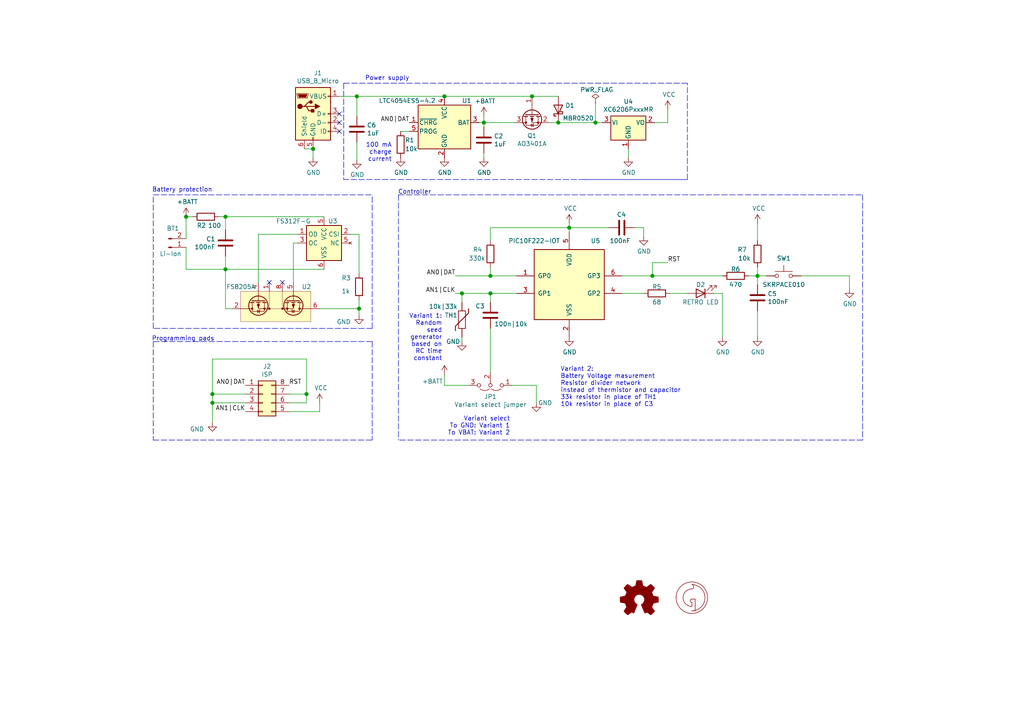
<source format=kicad_sch>
(kicad_sch (version 20210126) (generator eeschema)
  (paper "A4")
  (lib_symbols
    (symbol "Battery_Management:LTC4054ES5-4.2" (pin_names (offset 0.254))
      (property "Reference" "U" (at -5.842 6.604 0))
      (property "Value" "LTC4054ES5-4.2" (at 1.524 6.604 0))
      (symbol "LTC4054ES5-4.2_0_1"
        (rectangle (start -7.62 5.08) (end 7.62 -7.62) (stroke (width 0.254)) (fill (type background)))
      )
      (symbol "LTC4054ES5-4.2_1_1"
        (pin open_collector line (at -10.16 0 0) (length 2.54) (name "~CHRG") (number "1"))
        (pin power_in line (at 0 -10.16 90) (length 2.54) (name "GND") (number "2"))
        (pin power_out line (at 10.16 0 180) (length 2.54) (name "BAT") (number "3"))
        (pin power_in line (at 0 7.62 270) (length 2.54) (name "VCC") (number "4"))
        (pin bidirectional line (at -10.16 -2.54 0) (length 2.54) (name "PROG") (number "5"))
      )
    )
    (symbol "Connector:Conn_01x02_Male" (pin_names (offset 1.016) hide)
      (property "Reference" "J" (at 0 2.54 0))
      (property "Value" "Conn_01x02_Male" (at 0 -5.08 0))
      (symbol "Conn_01x02_Male_1_1"
        (rectangle (start 0.8636 -2.413) (end 0 -2.667) (stroke (width 0.1524)) (fill (type outline)))
        (rectangle (start 0.8636 0.127) (end 0 -0.127) (stroke (width 0.1524)) (fill (type outline)))
        (polyline (pts (xy 1.27 -2.54) (xy 0.8636 -2.54)) (stroke (width 0.1524)))
        (polyline (pts (xy 1.27 0) (xy 0.8636 0)) (stroke (width 0.1524)))
        (pin passive line (at 5.08 0 180) (length 3.81) (name "Pin_1") (number "1"))
        (pin passive line (at 5.08 -2.54 180) (length 3.81) (name "Pin_2") (number "2"))
      )
    )
    (symbol "Connector:USB_B_Micro" (pin_names (offset 1.016))
      (property "Reference" "J" (at -5.08 11.43 0))
      (property "Value" "USB_B_Micro" (at -5.08 8.89 0))
      (symbol "USB_B_Micro_0_1"
        (circle (center -3.81 2.159) (radius 0.635) (stroke (width 0.254)) (fill (type outline)))
        (circle (center -0.635 3.429) (radius 0.381) (stroke (width 0.254)) (fill (type outline)))
        (rectangle (start -5.08 -7.62) (end 5.08 7.62) (stroke (width 0.254)) (fill (type background)))
        (rectangle (start -0.127 -7.62) (end 0.127 -6.858))
        (rectangle (start 0.254 1.27) (end -0.508 0.508) (stroke (width 0.254)) (fill (type outline)))
        (rectangle (start 5.08 -5.207) (end 4.318 -4.953))
        (rectangle (start 5.08 -2.667) (end 4.318 -2.413))
        (rectangle (start 5.08 -0.127) (end 4.318 0.127))
        (rectangle (start 5.08 4.953) (end 4.318 5.207))
        (polyline (pts (xy -1.905 2.159) (xy 0.635 2.159)) (stroke (width 0.254)))
        (polyline (pts (xy -3.175 2.159) (xy -2.54 2.159) (xy -1.27 3.429) (xy -0.635 3.429)) (stroke (width 0.254)))
        (polyline (pts (xy -2.54 2.159) (xy -1.905 2.159) (xy -1.27 0.889) (xy 0 0.889)) (stroke (width 0.254)))
        (polyline (pts (xy 0.635 2.794) (xy 0.635 1.524) (xy 1.905 2.159) (xy 0.635 2.794)) (stroke (width 0.254)) (fill (type outline)))
        (polyline (pts (xy -4.318 5.588) (xy -1.778 5.588) (xy -2.032 4.826) (xy -4.064 4.826) (xy -4.318 5.588)) (fill (type outline)))
        (polyline (pts (xy -4.699 5.842) (xy -4.699 5.588) (xy -4.445 4.826) (xy -4.445 4.572) (xy -1.651 4.572) (xy -1.651 4.826) (xy -1.397 5.588) (xy -1.397 5.842) (xy -4.699 5.842)))
      )
      (symbol "USB_B_Micro_1_1"
        (pin power_out line (at 7.62 5.08 180) (length 2.54) (name "VBUS") (number "1"))
        (pin bidirectional line (at 7.62 -2.54 180) (length 2.54) (name "D-") (number "2"))
        (pin bidirectional line (at 7.62 0 180) (length 2.54) (name "D+") (number "3"))
        (pin passive line (at 7.62 -5.08 180) (length 2.54) (name "ID") (number "4"))
        (pin power_out line (at 0 -10.16 90) (length 2.54) (name "GND") (number "5"))
        (pin passive line (at -2.54 -10.16 90) (length 2.54) (name "Shield") (number "6"))
      )
    )
    (symbol "Connector_Generic:Conn_02x04_Counter_Clockwise" (pin_names (offset 1.016) hide)
      (property "Reference" "J" (at 1.27 5.08 0))
      (property "Value" "Conn_02x04_Counter_Clockwise" (at 1.27 -7.62 0))
      (symbol "Conn_02x04_Counter_Clockwise_1_1"
        (rectangle (start -1.27 -4.953) (end 0 -5.207) (stroke (width 0.1524)))
        (rectangle (start -1.27 -2.413) (end 0 -2.667) (stroke (width 0.1524)))
        (rectangle (start -1.27 2.667) (end 0 2.413) (stroke (width 0.1524)))
        (rectangle (start -1.27 3.81) (end 3.81 -6.35) (stroke (width 0.254)) (fill (type background)))
        (rectangle (start -1.27 0.127) (end 0 -0.127) (stroke (width 0.1524)))
        (rectangle (start 3.81 -4.953) (end 2.54 -5.207) (stroke (width 0.1524)))
        (rectangle (start 3.81 -2.413) (end 2.54 -2.667) (stroke (width 0.1524)))
        (rectangle (start 3.81 2.667) (end 2.54 2.413) (stroke (width 0.1524)))
        (rectangle (start 3.81 0.127) (end 2.54 -0.127) (stroke (width 0.1524)))
        (pin passive line (at -5.08 2.54 0) (length 3.81) (name "Pin_1") (number "1"))
        (pin passive line (at -5.08 0 0) (length 3.81) (name "Pin_2") (number "2"))
        (pin passive line (at -5.08 -2.54 0) (length 3.81) (name "Pin_3") (number "3"))
        (pin passive line (at -5.08 -5.08 0) (length 3.81) (name "Pin_4") (number "4"))
        (pin passive line (at 7.62 -5.08 180) (length 3.81) (name "Pin_5") (number "5"))
        (pin passive line (at 7.62 -2.54 180) (length 3.81) (name "Pin_6") (number "6"))
        (pin passive line (at 7.62 0 180) (length 3.81) (name "Pin_7") (number "7"))
        (pin passive line (at 7.62 2.54 180) (length 3.81) (name "Pin_8") (number "8"))
      )
    )
    (symbol "Device:C" (pin_numbers hide) (pin_names (offset 0.254))
      (property "Reference" "C" (at 0.635 2.54 0))
      (property "Value" "C" (at 0.635 -2.54 0))
      (symbol "C_0_1"
        (polyline (pts (xy -2.032 -0.762) (xy 2.032 -0.762)) (stroke (width 0.508)))
        (polyline (pts (xy -2.032 0.762) (xy 2.032 0.762)) (stroke (width 0.508)))
      )
      (symbol "C_1_1"
        (pin passive line (at 0 3.81 270) (length 2.794) (name "~") (number "1"))
        (pin passive line (at 0 -3.81 90) (length 2.794) (name "~") (number "2"))
      )
    )
    (symbol "Device:LED" (pin_numbers hide) (pin_names (offset 1.016) hide)
      (property "Reference" "D" (at 0 2.54 0))
      (property "Value" "LED" (at 0 -2.54 0))
      (symbol "LED_0_1"
        (polyline (pts (xy -1.27 -1.27) (xy -1.27 1.27)) (stroke (width 0.254)))
        (polyline (pts (xy -1.27 0) (xy 1.27 0)))
        (polyline (pts (xy 1.27 -1.27) (xy 1.27 1.27) (xy -1.27 0) (xy 1.27 -1.27)) (stroke (width 0.254)))
        (polyline (pts (xy -3.048 -0.762) (xy -4.572 -2.286) (xy -3.81 -2.286) (xy -4.572 -2.286) (xy -4.572 -1.524)))
        (polyline (pts (xy -1.778 -0.762) (xy -3.302 -2.286) (xy -2.54 -2.286) (xy -3.302 -2.286) (xy -3.302 -1.524)))
      )
      (symbol "LED_1_1"
        (pin passive line (at -3.81 0 0) (length 2.54) (name "K") (number "1"))
        (pin passive line (at 3.81 0 180) (length 2.54) (name "A") (number "2"))
      )
    )
    (symbol "Device:R" (pin_numbers hide) (pin_names (offset 0))
      (property "Reference" "R" (at 2.032 0 90))
      (property "Value" "R" (at 0 0 90))
      (symbol "R_0_1"
        (rectangle (start -1.016 -2.54) (end 1.016 2.54) (stroke (width 0.254)))
      )
      (symbol "R_1_1"
        (pin passive line (at 0 3.81 270) (length 1.27) (name "~") (number "1"))
        (pin passive line (at 0 -3.81 90) (length 1.27) (name "~") (number "2"))
      )
    )
    (symbol "Device:Thermistor" (pin_numbers hide) (pin_names (offset 0))
      (property "Reference" "TH" (at 2.54 1.27 90))
      (property "Value" "Thermistor" (at -2.54 0 90))
      (symbol "Thermistor_0_1"
        (rectangle (start -1.016 2.54) (end 1.016 -2.54) (stroke (width 0.2032)))
        (polyline (pts (xy -1.905 3.175) (xy -1.905 1.905) (xy 1.905 -1.905) (xy 1.905 -3.175) (xy 1.905 -3.175)) (stroke (width 0.254)))
      )
      (symbol "Thermistor_1_1"
        (pin passive line (at 0 5.08 270) (length 2.54) (name "~") (number "1"))
        (pin passive line (at 0 -5.08 90) (length 2.54) (name "~") (number "2"))
      )
    )
    (symbol "Diode:MBR0520" (pin_numbers hide) (pin_names (offset 1.016) hide)
      (property "Reference" "D" (at 0 2.54 0))
      (property "Value" "MBR0520" (at 0 -2.54 0))
      (symbol "MBR0520_0_1"
        (polyline (pts (xy 1.27 0) (xy -1.27 0)))
        (polyline (pts (xy 1.27 1.27) (xy 1.27 -1.27) (xy -1.27 0) (xy 1.27 1.27)) (stroke (width 0.254)))
        (polyline (pts (xy -1.905 0.635) (xy -1.905 1.27) (xy -1.27 1.27) (xy -1.27 -1.27) (xy -0.635 -1.27) (xy -0.635 -0.635)) (stroke (width 0.254)))
      )
      (symbol "MBR0520_1_1"
        (pin passive line (at -3.81 0 0) (length 2.54) (name "K") (number "1"))
        (pin passive line (at 3.81 0 180) (length 2.54) (name "A") (number "2"))
      )
    )
    (symbol "FS312F-G:FS312F-G"
      (property "Reference" "U" (at 5.08 5.715 0))
      (property "Value" "FS312F-G" (at 1.27 -5.715 0))
      (symbol "FS312F-G_0_1"
        (rectangle (start 5.08 5.08) (end -5.08 -5.08) (stroke (width 0.254)) (fill (type background)))
      )
      (symbol "FS312F-G_1_1"
        (pin passive line (at -7.62 2.54 0) (length 2.54) (name "OD") (number "1"))
        (pin passive line (at -7.62 0 0) (length 2.54) (name "OC") (number "3"))
        (pin passive line (at 0 -7.62 90) (length 2.54) (name "VSS") (number "6"))
        (pin passive line (at 0 7.62 270) (length 2.54) (name "VCC") (number "5"))
        (pin no_connect line (at 7.62 0 180) (length 2.54) (name "NC") (number "5"))
        (pin passive line (at 7.62 2.54 180) (length 2.54) (name "CSI") (number "2"))
      )
    )
    (symbol "FS8205A:FS8205A" (pin_names (offset 0) hide)
      (property "Reference" "U" (at -10.16 6.35 0))
      (property "Value" "FS8205A" (at 7.62 6.35 0))
      (symbol "FS8205A_0_1"
        (circle (center -5.08 0.889) (radius 2.794) (stroke (width 0.254)))
        (circle (center -3.302 0) (radius 0.254) (fill (type outline)))
        (circle (center -6.858 0) (radius 0.254) (fill (type outline)))
        (circle (center 6.858 0) (radius 0.254) (fill (type outline)))
        (circle (center 5.08 0.889) (radius 2.794) (stroke (width 0.254)))
        (circle (center 3.302 0) (radius 0.254) (fill (type outline)))
        (circle (center -1.905 0) (radius 0.254) (fill (type outline)))
        (circle (center 1.905 0) (radius 0.254) (fill (type outline)))
        (rectangle (start -10.16 5.08) (end 10.16 -3.81) (stroke (width 0.001)) (fill (type background)))
        (polyline (pts (xy -5.08 2.286) (xy -5.08 5.08)))
        (polyline (pts (xy -6.985 2.286) (xy -3.175 2.286)) (stroke (width 0.254)))
        (polyline (pts (xy -3.81 1.778) (xy -2.794 1.778)) (stroke (width 0.254)))
        (polyline (pts (xy -5.588 1.778) (xy -4.572 1.778)) (stroke (width 0.254)))
        (polyline (pts (xy -7.366 1.778) (xy -6.35 1.778)) (stroke (width 0.254)))
        (polyline (pts (xy -10.16 0) (xy -6.858 0)))
        (polyline (pts (xy -2.54 0) (xy -5.08 0) (xy -5.08 1.778)))
        (polyline (pts (xy -6.858 1.778) (xy -6.858 -0.762) (xy -3.302 -0.762) (xy -3.302 1.778)))
        (polyline (pts (xy -5.08 0.254) (xy -5.461 1.27) (xy -4.699 1.27) (xy -5.08 0.254)) (fill (type outline)))
        (polyline (pts (xy -4.572 -0.254) (xy -4.699 -0.381) (xy -4.699 -1.143) (xy -4.826 -1.27)))
        (polyline (pts (xy -4.699 -0.762) (xy -5.334 -0.381) (xy -5.334 -1.143) (xy -4.699 -0.762)))
        (polyline (pts (xy 6.858 1.778) (xy 6.858 -0.762) (xy 3.302 -0.762) (xy 3.302 1.778)))
        (polyline (pts (xy 5.08 0.254) (xy 5.461 1.27) (xy 4.699 1.27) (xy 5.08 0.254)) (fill (type outline)))
        (polyline (pts (xy 10.16 0) (xy 6.858 0)))
        (polyline (pts (xy 5.588 1.778) (xy 4.572 1.778)) (stroke (width 0.254)))
        (polyline (pts (xy 4.572 -0.254) (xy 4.699 -0.381) (xy 4.699 -1.143) (xy 4.826 -1.27)))
        (polyline (pts (xy 3.81 1.778) (xy 2.794 1.778)) (stroke (width 0.254)))
        (polyline (pts (xy 2.54 0) (xy 5.08 0) (xy 5.08 1.778)))
        (polyline (pts (xy 6.985 2.286) (xy 3.175 2.286)) (stroke (width 0.254)))
        (polyline (pts (xy 5.08 2.286) (xy 5.08 5.08)))
        (polyline (pts (xy 7.366 1.778) (xy 6.35 1.778)) (stroke (width 0.254)))
        (polyline (pts (xy 4.699 -0.762) (xy 5.334 -0.381) (xy 5.334 -1.143) (xy 4.699 -0.762)))
        (polyline (pts (xy 2.54 0) (xy -2.54 0)) (stroke (width 0.0006)))
        (polyline (pts (xy -1.905 0) (xy -1.905 5.08)) (stroke (width 0.0006)))
        (polyline (pts (xy 1.905 0) (xy 1.905 5.08)) (stroke (width 0.0006)))
      )
      (symbol "FS8205A_1_1"
        (pin passive line (at -12.7 0 0) (length 2.54) (name "S1") (number "2"))
        (pin input line (at -5.08 7.62 270) (length 2.54) (name "G1") (number "4"))
        (pin input line (at 5.08 7.62 270) (length 2.54) (name "G2") (number "5"))
        (pin passive line (at 12.7 0 180) (length 2.54) (name "S2") (number "6"))
        (pin passive line (at -1.905 7.62 270) (length 2.54) (name "D12") (number "1"))
        (pin passive line (at -12.7 0 0) (length 2.54) hide (name "S1") (number "3"))
        (pin passive line (at 1.905 7.62 270) (length 2.54) (name "D12") (number "8"))
        (pin passive line (at 12.7 0 180) (length 2.54) hide (name "S2") (number "7"))
      )
    )
    (symbol "Graphic:Logo_Open_Hardware_Small" (pin_names (offset 1.016))
      (symbol "Logo_Open_Hardware_Small_0_1"
        (polyline (pts (xy 3.3528 -4.3434) (xy 3.302 -4.318) (xy 3.175 -4.2418) (xy 2.9972 -4.1148) (xy 2.7686 -3.9624) (xy 2.54 -3.81) (xy 2.3622 -3.7084) (xy 2.2352 -3.6068) (xy 2.1844 -3.5814) (xy 2.159 -3.6068) (xy 2.0574 -3.6576) (xy 1.905 -3.7338) (xy 1.8034 -3.7846) (xy 1.6764 -3.8354) (xy 1.6002 -3.8354) (xy 1.6002 -3.8354) (xy 1.5494 -3.7338) (xy 1.4732 -3.5306) (xy 1.3462 -3.302) (xy 1.2446 -3.0226) (xy 1.1176 -2.7178) (xy 0.9652 -2.413) (xy 0.8636 -2.1082) (xy 0.7366 -1.8288) (xy 0.6604 -1.6256) (xy 0.6096 -1.4732) (xy 0.5842 -1.397) (xy 0.5842 -1.397) (xy 0.6604 -1.3208) (xy 0.7874 -1.2446) (xy 1.0414 -1.016) (xy 1.2954 -0.6858) (xy 1.4478 -0.3302) (xy 1.524 0.0762) (xy 1.4732 0.4572) (xy 1.3208 0.8128) (xy 1.0668 1.143) (xy 0.762 1.3716) (xy 0.4064 1.524) (xy 0 1.5748) (xy -0.381 1.5494) (xy -0.7366 1.397) (xy -1.0668 1.143) (xy -1.2192 0.9906) (xy -1.397 0.6604) (xy -1.524 0.3048) (xy -1.524 0.2286) (xy -1.4986 -0.1778) (xy -1.397 -0.5334) (xy -1.1938 -0.8636) (xy -0.9144 -1.143) (xy -0.8636 -1.1684) (xy -0.7366 -1.27) (xy -0.635 -1.3462) (xy -0.5842 -1.397) (xy -1.0668 -2.5908) (xy -1.143 -2.794) (xy -1.2954 -3.1242) (xy -1.397 -3.4036) (xy -1.4986 -3.6322) (xy -1.5748 -3.7846) (xy -1.6002 -3.8354) (xy -1.6002 -3.8354) (xy -1.651 -3.8354) (xy -1.7272 -3.81) (xy -1.905 -3.7338) (xy -2.0066 -3.683) (xy -2.1336 -3.6068) (xy -2.2098 -3.5814) (xy -2.2606 -3.6068) (xy -2.3622 -3.683) (xy -2.54 -3.81) (xy -2.7686 -3.9624) (xy -2.9718 -4.0894) (xy -3.1496 -4.2164) (xy -3.302 -4.318) (xy -3.3528 -4.3434) (xy -3.3782 -4.3434) (xy -3.429 -4.318) (xy -3.5306 -4.2164) (xy -3.7084 -4.064) (xy -3.937 -3.8354) (xy -3.9624 -3.81) (xy -4.1656 -3.6068) (xy -4.318 -3.4544) (xy -4.4196 -3.3274) (xy -4.445 -3.2766) (xy -4.445 -3.2766) (xy -4.4196 -3.2258) (xy -4.318 -3.0734) (xy -4.2164 -2.8956) (xy -4.064 -2.667) (xy -3.6576 -2.0828) (xy -3.8862 -1.5494) (xy -3.937 -1.3716) (xy -4.0386 -1.1684) (xy -4.0894 -1.0414) (xy -4.1148 -0.9652) (xy -4.191 -0.9398) (xy -4.318 -0.9144) (xy -4.5466 -0.8636) (xy -4.8006 -0.8128) (xy -5.0546 -0.7874) (xy -5.2578 -0.7366) (xy -5.4356 -0.7112) (xy -5.5118 -0.6858) (xy -5.5118 -0.6858) (xy -5.5372 -0.635) (xy -5.5372 -0.5588) (xy -5.5372 -0.4318) (xy -5.5626 -0.2286) (xy -5.5626 0.0762) (xy -5.5626 0.127) (xy -5.5372 0.4064) (xy -5.5372 0.635) (xy -5.5372 0.762) (xy -5.5372 0.8382) (xy -5.5372 0.8382) (xy -5.461 0.8382) (xy -5.3086 0.889) (xy -5.08 0.9144) (xy -4.826 0.9652) (xy -4.8006 0.9906) (xy -4.5466 1.0414) (xy -4.318 1.0668) (xy -4.1656 1.1176) (xy -4.0894 1.143) (xy -4.0894 1.143) (xy -4.0386 1.2446) (xy -3.9624 1.4224) (xy -3.8608 1.6256) (xy -3.7846 1.8288) (xy -3.7084 2.0066) (xy -3.6576 2.159) (xy -3.6322 2.2098) (xy -3.6322 2.2098) (xy -3.683 2.286) (xy -3.7592 2.413) (xy -3.8862 2.5908) (xy -4.064 2.8194) (xy -4.064 2.8448) (xy -4.2164 3.0734) (xy -4.3434 3.2512) (xy -4.4196 3.3782) (xy -4.445 3.4544) (xy -4.445 3.4544) (xy -4.3942 3.5052) (xy -4.2926 3.6322) (xy -4.1148 3.81) (xy -3.937 4.0132) (xy -3.8608 4.064) (xy -3.6576 4.2926) (xy -3.5052 4.4196) (xy -3.4036 4.4958) (xy -3.3528 4.5212) (xy -3.3528 4.5212) (xy -3.302 4.4704) (xy -3.1496 4.3688) (xy -2.9718 4.2418) (xy -2.7432 4.0894) (xy -2.7178 4.0894) (xy -2.4892 3.937) (xy -2.3114 3.81) (xy -2.1844 3.7084) (xy -2.1336 3.683) (xy -2.1082 3.683) (xy -2.032 3.7084) (xy -1.8542 3.7592) (xy -1.6764 3.8354) (xy -1.4732 3.937) (xy -1.27 4.0132) (xy -1.143 4.064) (xy -1.0668 4.1148) (xy -1.0668 4.1148) (xy -1.0414 4.191) (xy -1.016 4.3434) (xy -0.9652 4.572) (xy -0.9144 4.8514) (xy -0.889 4.9022) (xy -0.8382 5.1562) (xy -0.8128 5.3848) (xy -0.7874 5.5372) (xy -0.762 5.588) (xy -0.7112 5.6134) (xy -0.5842 5.6134) (xy -0.4064 5.6134) (xy -0.1524 5.6134) (xy 0.0762 5.6134) (xy 0.3302 5.6134) (xy 0.5334 5.6134) (xy 0.6858 5.588) (xy 0.7366 5.588) (xy 0.7366 5.588) (xy 0.762 5.5118) (xy 0.8128 5.334) (xy 0.8382 5.1054) (xy 0.9144 4.826) (xy 0.9144 4.7752) (xy 0.9652 4.5212) (xy 1.016 4.2926) (xy 1.0414 4.1402) (xy 1.0668 4.0894) (xy 1.0668 4.0894) (xy 1.1938 4.0386) (xy 1.3716 3.9624) (xy 1.5748 3.8608) (xy 2.0828 3.6576) (xy 2.7178 4.0894) (xy 2.7686 4.1402) (xy 2.9972 4.2926) (xy 3.175 4.4196) (xy 3.302 4.4958) (xy 3.3782 4.5212) (xy 3.3782 4.5212) (xy 3.429 4.4704) (xy 3.556 4.3434) (xy 3.7338 4.191) (xy 3.9116 3.9878) (xy 4.064 3.8354) (xy 4.2418 3.6576) (xy 4.3434 3.556) (xy 4.4196 3.4798) (xy 4.4196 3.429) (xy 4.4196 3.4036) (xy 4.3942 3.3274) (xy 4.2926 3.2004) (xy 4.1656 2.9972) (xy 4.0132 2.794) (xy 3.8862 2.5908) (xy 3.7592 2.3876) (xy 3.6576 2.2352) (xy 3.6322 2.159) (xy 3.6322 2.1336) (xy 3.683 2.0066) (xy 3.7592 1.8288) (xy 3.8608 1.6002) (xy 4.064 1.1176) (xy 4.3942 1.0414) (xy 4.5974 1.016) (xy 4.8768 0.9652) (xy 5.1308 0.9144) (xy 5.5372 0.8382) (xy 5.5626 -0.6604) (xy 5.4864 -0.6858) (xy 5.4356 -0.6858) (xy 5.2832 -0.7366) (xy 5.0546 -0.762) (xy 4.8006 -0.8128) (xy 4.5974 -0.8636) (xy 4.3688 -0.9144) (xy 4.2164 -0.9398) (xy 4.1402 -0.9398) (xy 4.1148 -0.9652) (xy 4.064 -1.0668) (xy 3.9878 -1.2446) (xy 3.9116 -1.4478) (xy 3.81 -1.651) (xy 3.7338 -1.8542) (xy 3.683 -2.0066) (xy 3.6576 -2.0828) (xy 3.683 -2.1336) (xy 3.7846 -2.2606) (xy 3.8862 -2.4638) (xy 4.0386 -2.667) (xy 4.191 -2.8956) (xy 4.318 -3.0734) (xy 4.3942 -3.2004) (xy 4.445 -3.2766) (xy 4.4196 -3.3274) (xy 4.3434 -3.429) (xy 4.1656 -3.5814) (xy 3.937 -3.8354) (xy 3.8862 -3.8608) (xy 3.683 -4.064) (xy 3.5306 -4.2164) (xy 3.4036 -4.318) (xy 3.3528 -4.3434)) (fill (type outline)))
      )
    )
    (symbol "Jumper:Jumper_3_Open" (pin_names (offset 0) hide)
      (property "Reference" "JP" (at -2.54 -2.54 0))
      (property "Value" "Jumper_3_Open" (at 0 2.794 0))
      (symbol "Jumper_3_Open_0_0"
        (circle (center -3.302 0) (radius 0.508))
        (circle (center 0 0) (radius 0.508))
        (circle (center 3.302 0) (radius 0.508))
      )
      (symbol "Jumper_3_Open_0_1"
        (arc (start -3.048 1.016) (end -0.254 1.016) (radius (at -1.651 -0.762) (length 2.2606) (angles 128.2 51.8)))
        (arc (start 0.254 1.016) (end 3.048 1.016) (radius (at 1.651 -0.762) (length 2.2606) (angles 128.2 51.8)))
        (polyline (pts (xy 0 -0.508) (xy 0 -1.27)))
      )
      (symbol "Jumper_3_Open_1_1"
        (pin passive line (at -6.35 0 0) (length 2.54) (name "A") (number "1"))
        (pin input line (at 0 -3.81 90) (length 2.54) (name "C") (number "2"))
        (pin passive line (at 6.35 0 180) (length 2.54) (name "B") (number "3"))
      )
    )
    (symbol "MCU_Microchip_PIC10:PIC10F222-IOT" (pin_names (offset 1.016))
      (property "Reference" "U" (at 1.27 13.97 0))
      (property "Value" "PIC10F222-IOT" (at 1.27 11.43 0))
      (symbol "PIC10F222-IOT_0_1"
        (rectangle (start -10.16 10.16) (end 10.16 -10.16) (stroke (width 0.254)) (fill (type background)))
      )
      (symbol "PIC10F222-IOT_1_1"
        (pin bidirectional line (at -15.24 2.54 0) (length 5.08) (name "GP0") (number "1"))
        (pin power_in line (at 0 -15.24 90) (length 5.08) (name "VSS") (number "2"))
        (pin bidirectional line (at -15.24 -2.54 0) (length 5.08) (name "GP1") (number "3"))
        (pin bidirectional line (at 15.24 -2.54 180) (length 5.08) (name "GP2") (number "4"))
        (pin power_in line (at 0 15.24 270) (length 5.08) (name "VDD") (number "5"))
        (pin input line (at 15.24 2.54 180) (length 5.08) (name "GP3") (number "6"))
      )
    )
    (symbol "Regulator_Linear:XC6206PxxxMR" (pin_names (offset 0.254))
      (property "Reference" "U" (at -3.81 3.175 0))
      (property "Value" "XC6206PxxxMR" (at 0 3.175 0))
      (symbol "XC6206PxxxMR_0_1"
        (rectangle (start -5.08 1.905) (end 5.08 -5.08) (stroke (width 0.254)) (fill (type background)))
      )
      (symbol "XC6206PxxxMR_1_1"
        (pin power_in line (at 0 -7.62 90) (length 2.54) (name "GND") (number "1"))
        (pin power_out line (at 7.62 0 180) (length 2.54) (name "VO") (number "2"))
        (pin power_in line (at -7.62 0 0) (length 2.54) (name "VI") (number "3"))
      )
    )
    (symbol "SW_PUSH_SKRPACE010:SW_Push_SKRPACE010" (pin_numbers hide) (pin_names hide)
      (property "Reference" "SW" (at 1.27 2.54 0))
      (property "Value" "SW_Push_SKRPACE010" (at 0 -1.524 0))
      (symbol "SW_Push_SKRPACE010_0_1"
        (circle (center -2.032 0) (radius 0.508))
        (circle (center 2.032 0) (radius 0.508))
        (polyline (pts (xy 0 1.27) (xy 0 3.048)))
        (polyline (pts (xy 2.54 1.27) (xy -2.54 1.27)))
        (pin passive line (at -5.08 0 0) (length 2.54) (name "1") (number "1"))
        (pin passive line (at 5.08 0 180) (length 2.54) (name "4") (number "4"))
        (pin passive line (at -5.08 0 0) (length 2.54) hide (name "2") (number "2"))
        (pin passive line (at 5.08 0 180) (length 2.54) hide (name "3") (number "3"))
      )
    )
    (symbol "Transistor_FET:AO3401A" (pin_names hide)
      (property "Reference" "Q" (at 5.08 1.905 0))
      (property "Value" "AO3401A" (at 5.08 0 0))
      (symbol "AO3401A_0_1"
        (circle (center 1.651 0) (radius 2.794) (stroke (width 0.254)))
        (circle (center 2.54 -1.778) (radius 0.254) (fill (type outline)))
        (circle (center 2.54 1.778) (radius 0.254) (fill (type outline)))
        (polyline (pts (xy 0.254 0) (xy -2.54 0)))
        (polyline (pts (xy 0.254 1.905) (xy 0.254 -1.905)) (stroke (width 0.254)))
        (polyline (pts (xy 0.762 -1.27) (xy 0.762 -2.286)) (stroke (width 0.254)))
        (polyline (pts (xy 0.762 0.508) (xy 0.762 -0.508)) (stroke (width 0.254)))
        (polyline (pts (xy 0.762 2.286) (xy 0.762 1.27)) (stroke (width 0.254)))
        (polyline (pts (xy 2.54 2.54) (xy 2.54 1.778)))
        (polyline (pts (xy 2.54 -2.54) (xy 2.54 0) (xy 0.762 0)))
        (polyline (pts (xy 0.762 1.778) (xy 3.302 1.778) (xy 3.302 -1.778) (xy 0.762 -1.778)))
        (polyline (pts (xy 2.286 0) (xy 1.27 0.381) (xy 1.27 -0.381) (xy 2.286 0)) (fill (type outline)))
        (polyline (pts (xy 2.794 -0.508) (xy 2.921 -0.381) (xy 3.683 -0.381) (xy 3.81 -0.254)))
        (polyline (pts (xy 3.302 -0.381) (xy 2.921 0.254) (xy 3.683 0.254) (xy 3.302 -0.381)))
      )
      (symbol "AO3401A_1_1"
        (pin input line (at -5.08 0 0) (length 2.54) (name "G") (number "1"))
        (pin passive line (at 2.54 -5.08 90) (length 2.54) (name "S") (number "2"))
        (pin passive line (at 2.54 5.08 270) (length 2.54) (name "D") (number "3"))
      )
    )
    (symbol "galion:Galion_Logo" (pin_names (offset 1.016))
      (property "Reference" "LG" (at -6.35 0 0))
      (property "Value" "Galion_Logo" (at 0 -6.35 0))
      (symbol "Galion_Logo_0_1"
        (arc (start 0 3.81) (end 0.0254 2.54) (radius (at -0.0508 3.175) (length 0.635) (angles 90 -87.7)))
        (arc (start 0 -3.81) (end 0 -3.81) (radius (at 0 0) (length 0) (angles 0 0)))
        (arc (start 0 2.54) (end 0 -2.54) (radius (at 0 0) (length 2.54) (angles 90.1 -90.1)))
        (arc (start 0 3.81) (end 0.254 -3.81) (radius (at 0 0) (length 3.81) (angles 90.1 -90.1)))
        (arc (start 0.0254 -1.3716) (end 0 -0.381) (radius (at 0.0254 -0.889) (length 0.4826) (angles -90 92.9)))
        (circle (center 0 0) (radius 4.572))
        (polyline (pts (xy 0 -3.81) (xy 0.9652 -3.81)))
        (polyline (pts (xy 0 -0.4064) (xy 0.9652 -0.4064)))
        (polyline (pts (xy 0.0254 -2.5146) (xy 0.0254 -1.397)))
        (polyline (pts (xy 0.9652 -0.4064) (xy 0.9652 -3.81)))
      )
    )
    (symbol "power:+BATT" (power) (pin_names (offset 0))
      (property "Value" "+BATT" (at 0 3.556 0))
      (symbol "+BATT_0_1"
        (polyline (pts (xy -0.762 1.27) (xy 0 2.54)))
        (polyline (pts (xy 0 0) (xy 0 2.54)))
        (polyline (pts (xy 0 2.54) (xy 0.762 1.27)))
      )
      (symbol "+BATT_1_1"
        (pin power_in line (at 0 0 90) (length 0) hide (name "+BATT") (number "1"))
      )
    )
    (symbol "power:GND" (power) (pin_names (offset 0))
      (property "Value" "GND" (at 0 -3.81 0))
      (symbol "GND_0_1"
        (polyline (pts (xy 0 0) (xy 0 -1.27) (xy 1.27 -1.27) (xy 0 -2.54) (xy -1.27 -1.27) (xy 0 -1.27)))
      )
      (symbol "GND_1_1"
        (pin power_in line (at 0 0 270) (length 0) hide (name "GND") (number "1"))
      )
    )
    (symbol "power:PWR_FLAG" (power) (pin_numbers hide) (pin_names (offset 0) hide)
      (property "Value" "PWR_FLAG" (at 0 3.81 0))
      (symbol "PWR_FLAG_0_0"
        (pin power_out line (at 0 0 90) (length 0) (name "pwr") (number "1"))
      )
      (symbol "PWR_FLAG_0_1"
        (polyline (pts (xy 0 0) (xy 0 1.27) (xy -1.016 1.905) (xy 0 2.54) (xy 1.016 1.905) (xy 0 1.27)))
      )
    )
    (symbol "power:VCC" (power) (pin_names (offset 0))
      (property "Value" "VCC" (at 0 3.81 0))
      (symbol "VCC_0_1"
        (polyline (pts (xy -0.762 1.27) (xy 0 2.54)))
        (polyline (pts (xy 0 0) (xy 0 2.54)))
        (polyline (pts (xy 0 2.54) (xy 0.762 1.27)))
      )
      (symbol "VCC_1_1"
        (pin power_in line (at 0 0 90) (length 0) hide (name "VCC") (number "1"))
      )
    )
  )
  (junction (at 53.975 62.865) (diameter 1.016))
  (junction (at 61.595 114.3) (diameter 1.016))
  (junction (at 61.595 116.84) (diameter 1.016))
  (junction (at 65.405 62.865) (diameter 1.016))
  (junction (at 65.405 78.105) (diameter 1.016))
  (junction (at 88.9 114.3) (diameter 1.016))
  (junction (at 90.805 43.18) (diameter 1.016))
  (junction (at 103.505 27.94) (diameter 1.016))
  (junction (at 104.14 89.535) (diameter 1.016))
  (junction (at 128.905 27.94) (diameter 1.016))
  (junction (at 133.985 85.09) (diameter 1.016))
  (junction (at 140.335 35.56) (diameter 1.016))
  (junction (at 142.24 80.01) (diameter 1.016))
  (junction (at 142.24 85.09) (diameter 1.016))
  (junction (at 154.305 27.94) (diameter 1.016))
  (junction (at 161.925 35.56) (diameter 1.016))
  (junction (at 165.1 66.04) (diameter 1.016))
  (junction (at 172.72 35.56) (diameter 1.016))
  (junction (at 189.23 80.01) (diameter 1.016))
  (junction (at 219.71 80.01) (diameter 1.016))
  (no_connect (at 78.105 81.915))
  (no_connect (at 81.915 81.915))
  (no_connect (at 98.425 33.02))
  (no_connect (at 98.425 35.56))
  (no_connect (at 98.425 38.1))
  (wire (pts (xy 53.975 62.865) (xy 53.975 69.215)))
  (wire (pts (xy 53.975 62.865) (xy 55.88 62.865)))
  (wire (pts (xy 53.975 71.755) (xy 53.975 78.105)))
  (wire (pts (xy 53.975 78.105) (xy 65.405 78.105)))
  (wire (pts (xy 61.595 104.14) (xy 61.595 114.3)))
  (wire (pts (xy 61.595 104.14) (xy 88.9 104.14)))
  (wire (pts (xy 61.595 114.3) (xy 71.12 114.3)))
  (wire (pts (xy 61.595 116.84) (xy 61.595 114.3)))
  (wire (pts (xy 61.595 116.84) (xy 61.595 122.555)))
  (wire (pts (xy 61.595 116.84) (xy 71.12 116.84)))
  (wire (pts (xy 63.5 62.865) (xy 65.405 62.865)))
  (wire (pts (xy 65.405 62.865) (xy 65.405 66.675)))
  (wire (pts (xy 65.405 62.865) (xy 93.98 62.865)))
  (wire (pts (xy 65.405 74.295) (xy 65.405 78.105)))
  (wire (pts (xy 65.405 78.105) (xy 65.405 89.535)))
  (wire (pts (xy 65.405 78.105) (xy 93.98 78.105)))
  (wire (pts (xy 67.31 89.535) (xy 65.405 89.535)))
  (wire (pts (xy 74.93 67.945) (xy 74.93 81.915)))
  (wire (pts (xy 74.93 67.945) (xy 86.36 67.945)))
  (wire (pts (xy 83.82 114.3) (xy 88.9 114.3)))
  (wire (pts (xy 83.82 116.84) (xy 88.9 116.84)))
  (wire (pts (xy 85.09 70.485) (xy 86.36 70.485)))
  (wire (pts (xy 85.09 81.915) (xy 85.09 70.485)))
  (wire (pts (xy 88.265 43.18) (xy 90.805 43.18)))
  (wire (pts (xy 88.9 104.14) (xy 88.9 114.3)))
  (wire (pts (xy 88.9 114.3) (xy 88.9 116.84)))
  (wire (pts (xy 90.805 43.18) (xy 90.805 45.72)))
  (wire (pts (xy 92.71 116.84) (xy 92.71 119.38)))
  (wire (pts (xy 92.71 119.38) (xy 83.82 119.38)))
  (wire (pts (xy 98.425 27.94) (xy 103.505 27.94)))
  (wire (pts (xy 101.6 67.945) (xy 104.14 67.945)))
  (wire (pts (xy 103.505 27.94) (xy 128.905 27.94)))
  (wire (pts (xy 103.505 33.655) (xy 103.505 27.94)))
  (wire (pts (xy 103.505 41.275) (xy 103.505 46.355)))
  (wire (pts (xy 104.14 67.945) (xy 104.14 79.375)))
  (wire (pts (xy 104.14 86.995) (xy 104.14 89.535)))
  (wire (pts (xy 104.14 89.535) (xy 92.71 89.535)))
  (wire (pts (xy 104.14 89.535) (xy 104.14 91.44)))
  (wire (pts (xy 118.745 38.1) (xy 116.205 38.1)))
  (wire (pts (xy 128.905 27.94) (xy 154.305 27.94)))
  (wire (pts (xy 128.905 108.585) (xy 128.905 111.76)))
  (wire (pts (xy 128.905 111.76) (xy 135.89 111.76)))
  (wire (pts (xy 132.08 80.01) (xy 142.24 80.01)))
  (wire (pts (xy 132.08 85.09) (xy 133.985 85.09)))
  (wire (pts (xy 133.985 85.09) (xy 133.985 87.63)))
  (wire (pts (xy 133.985 85.09) (xy 142.24 85.09)))
  (wire (pts (xy 133.985 97.79) (xy 133.985 99.06)))
  (wire (pts (xy 139.065 35.56) (xy 140.335 35.56)))
  (wire (pts (xy 140.335 33.655) (xy 140.335 35.56)))
  (wire (pts (xy 140.335 35.56) (xy 140.335 36.83)))
  (wire (pts (xy 140.335 35.56) (xy 149.225 35.56)))
  (wire (pts (xy 140.335 44.45) (xy 140.335 45.72)))
  (wire (pts (xy 142.24 66.04) (xy 142.24 69.85)))
  (wire (pts (xy 142.24 66.04) (xy 165.1 66.04)))
  (wire (pts (xy 142.24 77.47) (xy 142.24 80.01)))
  (wire (pts (xy 142.24 80.01) (xy 149.86 80.01)))
  (wire (pts (xy 142.24 85.09) (xy 142.24 87.63)))
  (wire (pts (xy 142.24 85.09) (xy 149.86 85.09)))
  (wire (pts (xy 142.24 95.25) (xy 142.24 107.95)))
  (wire (pts (xy 148.59 111.76) (xy 155.575 111.76)))
  (wire (pts (xy 154.305 27.94) (xy 161.925 27.94)))
  (wire (pts (xy 155.575 111.76) (xy 155.575 116.84)))
  (wire (pts (xy 159.385 35.56) (xy 161.925 35.56)))
  (wire (pts (xy 161.925 35.56) (xy 172.72 35.56)))
  (wire (pts (xy 165.1 64.77) (xy 165.1 66.04)))
  (wire (pts (xy 165.1 66.04) (xy 165.1 67.31)))
  (wire (pts (xy 165.1 66.04) (xy 176.53 66.04)))
  (wire (pts (xy 172.72 29.845) (xy 172.72 35.56)))
  (wire (pts (xy 172.72 35.56) (xy 174.625 35.56)))
  (wire (pts (xy 180.34 80.01) (xy 189.23 80.01)))
  (wire (pts (xy 180.34 85.09) (xy 186.69 85.09)))
  (wire (pts (xy 182.245 43.18) (xy 182.245 45.72)))
  (wire (pts (xy 184.15 66.04) (xy 186.69 66.04)))
  (wire (pts (xy 186.69 66.04) (xy 186.69 68.58)))
  (wire (pts (xy 189.23 76.2) (xy 189.23 80.01)))
  (wire (pts (xy 189.23 76.2) (xy 193.675 76.2)))
  (wire (pts (xy 189.23 80.01) (xy 209.55 80.01)))
  (wire (pts (xy 193.675 31.75) (xy 193.675 35.56)))
  (wire (pts (xy 193.675 35.56) (xy 189.865 35.56)))
  (wire (pts (xy 194.31 85.09) (xy 199.39 85.09)))
  (wire (pts (xy 207.01 85.09) (xy 209.55 85.09)))
  (wire (pts (xy 209.55 85.09) (xy 209.55 97.79)))
  (wire (pts (xy 217.17 80.01) (xy 219.71 80.01)))
  (wire (pts (xy 219.71 64.77) (xy 219.71 69.85)))
  (wire (pts (xy 219.71 77.47) (xy 219.71 80.01)))
  (wire (pts (xy 219.71 80.01) (xy 219.71 82.55)))
  (wire (pts (xy 219.71 80.01) (xy 222.25 80.01)))
  (wire (pts (xy 219.71 90.17) (xy 219.71 97.79)))
  (wire (pts (xy 246.38 80.01) (xy 232.41 80.01)))
  (wire (pts (xy 246.38 83.82) (xy 246.38 80.01)))
  (polyline (pts (xy 44.45 56.515) (xy 107.95 56.515)) (stroke (width 0.152) (type dash)))
  (polyline (pts (xy 44.45 95.25) (xy 44.45 56.515)) (stroke (width 0.152) (type dash)))
  (polyline (pts (xy 44.45 99.06) (xy 44.45 127.635)) (stroke (width 0) (type dash)))
  (polyline (pts (xy 44.45 127.635) (xy 107.95 127.635)) (stroke (width 0) (type dash)))
  (polyline (pts (xy 99.695 24.13) (xy 99.695 52.07)) (stroke (width 0.152) (type dash)))
  (polyline (pts (xy 99.695 24.13) (xy 199.39 24.13)) (stroke (width 0.152) (type dash)))
  (polyline (pts (xy 107.95 95.25) (xy 44.45 95.25)) (stroke (width 0.152) (type dash)))
  (polyline (pts (xy 107.95 95.25) (xy 107.95 56.515)) (stroke (width 0.152) (type dash)))
  (polyline (pts (xy 107.95 99.06) (xy 44.45 99.06)) (stroke (width 0) (type dash)))
  (polyline (pts (xy 107.95 99.06) (xy 107.95 127.635)) (stroke (width 0) (type dash)))
  (polyline (pts (xy 115.57 56.515) (xy 115.57 127.635)) (stroke (width 0) (type dash)))
  (polyline (pts (xy 115.57 56.515) (xy 250.19 56.515)) (stroke (width 0) (type dash)))
  (polyline (pts (xy 169.545 52.07) (xy 99.695 52.07)) (stroke (width 0.152) (type dash)))
  (polyline (pts (xy 169.545 52.07) (xy 199.39 52.07)) (stroke (width 0.1524) (type solid)))
  (polyline (pts (xy 199.39 52.07) (xy 199.39 24.13)) (stroke (width 0.152) (type dash)))
  (polyline (pts (xy 250.19 56.515) (xy 250.19 127.635)) (stroke (width 0) (type dash)))
  (polyline (pts (xy 250.19 127.635) (xy 115.57 127.635)) (stroke (width 0) (type dash)))
  (text "Battery protection" (at 61.595 55.88 180) (effects (font (size 1.27 1.27)) (justify right bottom)))
  (text "Programming pads" (at 62.23 99.06 180) (effects (font (size 1.27 1.27)) (justify right bottom)))
  (text "100 mA\ncharge\ncurrent" (at 113.665 46.99 180) (effects (font (size 1.27 1.27)) (justify right bottom)))
  (text "Power supply" (at 118.745 23.495 180) (effects (font (size 1.27 1.27)) (justify right bottom)))
  (text "Controller" (at 125.095 56.515 180) (effects (font (size 1.27 1.27)) (justify right bottom)))
  (text "Variant 1:\nRandom\nseed\ngenerator\nbased on\nRC time\n constant" (at 128.27 104.775 0) (effects (font (size 1.27 1.27)) (justify right bottom)))
  (text "Variant select\nTo GND: Variant 1\nTo VBAT: Variant 2" (at 147.955 126.365 0) (effects (font (size 1.27 1.27)) (justify right bottom)))
  (text "Variant 2:\nBattery Voltage masurement\nResistor divider network\ninstead of thermistor and capacitor\n33k resistor in place of TH1\n10k resistor in place of C3\n" (at 162.56 118.11 0) (effects (font (size 1.27 1.27)) (justify left bottom)))
  (label "AN0|DAT" (at 71.12 111.76 180))
  (label "AN1|CLK" (at 71.12 119.38 180))
  (label "RST" (at 83.82 111.76 0))
  (label "AN0|DAT" (at 118.745 35.56 180))
  (label "AN0|DAT" (at 132.08 80.01 180))
  (label "AN1|CLK" (at 132.08 85.09 180))
  (label "RST" (at 193.675 76.2 0))
  (symbol (lib_id "power:PWR_FLAG") (at 172.72 29.845 0) (unit 1)
    (property "Reference" "#FLG01" (effects hide))
    (property "Value" "PWR_FLAG" (at 168.275 26.035 0) (effects (justify left)))
  )
  (symbol (lib_id "power:+BATT") (at 53.975 62.865 0) (unit 1)
    (property "Reference" "#PWR0102" (effects hide))
    (property "Value" "+BATT" (at 54.3433 58.5406 0))
  )
  (symbol (lib_id "power:VCC") (at 92.71 116.84 0) (unit 1)
    (property "Reference" "#PWR0103" (effects hide))
    (property "Value" "VCC" (at 93.0783 112.5156 0))
  )
  (symbol (lib_id "power:+BATT") (at 128.905 108.585 0) (unit 1)
    (property "Reference" "#PWR0104" (effects hide))
    (property "Value" "+BATT" (at 125.4633 110.6106 0))
  )
  (symbol (lib_id "power:+BATT") (at 140.335 33.655 0) (unit 1)
    (property "Reference" "#PWR0101" (effects hide))
    (property "Value" "+BATT" (at 140.7033 29.3306 0))
  )
  (symbol (lib_id "power:VCC") (at 165.1 64.77 0) (unit 1)
    (property "Reference" "#PWR011" (effects hide))
    (property "Value" "VCC" (at 165.4683 60.4456 0))
  )
  (symbol (lib_id "power:VCC") (at 193.675 31.75 0) (unit 1)
    (property "Reference" "#PWR07" (effects hide))
    (property "Value" "VCC" (at 194.0433 27.4256 0))
  )
  (symbol (lib_id "power:VCC") (at 219.71 64.77 0) (unit 1)
    (property "Reference" "#PWR015" (effects hide))
    (property "Value" "VCC" (at 220.0783 60.4456 0))
  )
  (symbol (lib_id "power:GND") (at 61.595 122.555 0) (unit 1)
    (property "Reference" "#PWR06" (effects hide))
    (property "Value" "GND" (at 57.15 124.46 0))
  )
  (symbol (lib_id "power:GND") (at 90.805 45.72 0) (unit 1)
    (property "Reference" "#PWR01" (effects hide))
    (property "Value" "GND" (at 90.9193 50.0444 0))
  )
  (symbol (lib_id "power:GND") (at 103.505 46.355 0) (unit 1)
    (property "Reference" "#PWR0105" (effects hide))
    (property "Value" "GND" (at 103.6193 50.6794 0))
  )
  (symbol (lib_id "power:GND") (at 104.14 91.44 0) (unit 1)
    (property "Reference" "#PWR04" (effects hide))
    (property "Value" "GND" (at 99.695 93.345 0))
  )
  (symbol (lib_id "power:GND") (at 116.205 45.72 0) (unit 1)
    (property "Reference" "#PWR02" (effects hide))
    (property "Value" "GND" (at 116.3193 50.0444 0))
  )
  (symbol (lib_id "power:GND") (at 128.905 45.72 0) (unit 1)
    (property "Reference" "#PWR03" (effects hide))
    (property "Value" "GND" (at 129.0193 50.0444 0))
  )
  (symbol (lib_id "power:GND") (at 133.985 99.06 0) (unit 1)
    (property "Reference" "#PWR08" (effects hide))
    (property "Value" "GND" (at 131.445 99.06 0))
  )
  (symbol (lib_id "power:GND") (at 140.335 45.72 0) (unit 1)
    (property "Reference" "#PWR0106" (effects hide))
    (property "Value" "GND" (at 140.4493 50.0444 0))
  )
  (symbol (lib_id "power:GND") (at 155.575 116.84 0) (unit 1)
    (property "Reference" "#PWR010" (effects hide))
    (property "Value" "GND" (at 158.115 116.84 0))
  )
  (symbol (lib_id "power:GND") (at 165.1 97.79 0) (unit 1)
    (property "Reference" "#PWR012" (effects hide))
    (property "Value" "GND" (at 165.2143 102.1144 0))
  )
  (symbol (lib_id "power:GND") (at 182.245 45.72 0) (unit 1)
    (property "Reference" "#PWR05" (effects hide))
    (property "Value" "GND" (at 182.3593 50.0444 0))
  )
  (symbol (lib_id "power:GND") (at 186.69 68.58 0) (unit 1)
    (property "Reference" "#PWR013" (effects hide))
    (property "Value" "GND" (at 186.8043 72.9044 0))
  )
  (symbol (lib_id "power:GND") (at 209.55 97.79 0) (unit 1)
    (property "Reference" "#PWR014" (effects hide))
    (property "Value" "GND" (at 209.6643 102.1144 0))
  )
  (symbol (lib_id "power:GND") (at 219.71 97.79 0) (unit 1)
    (property "Reference" "#PWR016" (effects hide))
    (property "Value" "GND" (at 219.8243 102.1144 0))
  )
  (symbol (lib_id "power:GND") (at 246.38 83.82 0) (unit 1)
    (property "Reference" "#PWR017" (effects hide))
    (property "Value" "GND" (at 246.4943 88.1444 0))
  )
  (symbol (lib_id "Device:R") (at 59.69 62.865 270) (unit 1)
    (property "Reference" "R2" (at 58.42 65.405 90))
    (property "Value" "100" (at 62.23 65.405 90))
    (property "Footprint" "Resistor_SMD:R_0805_2012Metric_Pad1.20x1.40mm_HandSolder" (effects hide))
  )
  (symbol (lib_id "Device:R") (at 104.14 83.185 0) (unit 1)
    (property "Reference" "R3" (at 99.06 80.645 0) (effects (justify left)))
    (property "Value" "1k" (at 99.06 84.455 0) (effects (justify left)))
    (property "Footprint" "Resistor_SMD:R_0805_2012Metric_Pad1.20x1.40mm_HandSolder" (effects hide))
  )
  (symbol (lib_id "Device:R") (at 116.205 41.91 0) (unit 1)
    (property "Reference" "R1" (at 117.475 40.64 0) (effects (justify left)))
    (property "Value" "10k" (at 117.475 43.18 0) (effects (justify left)))
    (property "Footprint" "Resistor_SMD:R_0805_2012Metric_Pad1.20x1.40mm_HandSolder" (effects hide))
  )
  (symbol (lib_id "Device:R") (at 142.24 73.66 0) (unit 1)
    (property "Reference" "R4" (at 137.16 72.39 0) (effects (justify left)))
    (property "Value" "330k" (at 135.89 74.93 0) (effects (justify left)))
    (property "Footprint" "Resistor_SMD:R_0805_2012Metric_Pad1.20x1.40mm_HandSolder" (effects hide))
  )
  (symbol (lib_id "Device:R") (at 190.5 85.09 90) (unit 1)
    (property "Reference" "R5" (at 190.5 83.185 90))
    (property "Value" "68" (at 190.5 87.63 90))
    (property "Footprint" "Resistor_SMD:R_0805_2012Metric_Pad1.20x1.40mm_HandSolder" (effects hide))
  )
  (symbol (lib_id "Device:R") (at 213.36 80.01 90) (unit 1)
    (property "Reference" "R6" (at 213.36 78.105 90))
    (property "Value" "470" (at 213.36 82.55 90))
    (property "Footprint" "Resistor_SMD:R_0805_2012Metric_Pad1.20x1.40mm_HandSolder" (effects hide))
  )
  (symbol (lib_id "Device:R") (at 219.71 73.66 180) (unit 1)
    (property "Reference" "R7" (at 215.265 72.39 0))
    (property "Value" "10k" (at 215.9 74.93 0))
    (property "Footprint" "Resistor_SMD:R_0805_2012Metric_Pad1.20x1.40mm_HandSolder" (effects hide))
  )
  (symbol (lib_id "Diode:MBR0520") (at 161.925 31.75 90) (unit 1)
    (property "Reference" "D1" (at 163.9571 30.6006 90) (effects (justify right)))
    (property "Value" "MBR0520" (at 163.195 34.29 90) (effects (justify right)))
    (property "Footprint" "Diode_SMD:D_SOD-123" (effects hide))
    (property "Datasheet" "http://www.mccsemi.com/up_pdf/MBR0520~MBR0580(SOD123).pdf" (effects hide))
  )
  (symbol (lib_id "Connector:Conn_01x02_Male") (at 48.895 71.755 0) (mirror x) (unit 1)
    (property "Reference" "BT1" (at 51.9938 66.2432 0) (effects (justify right)))
    (property "Value" "Li-Ion" (at 52.6288 73.6092 0) (effects (justify right)))
    (property "Footprint" "Connector_JST:JST_PH_B2B-PH-K_1x02_P2.00mm_Vertical" (effects hide))
  )
  (symbol (lib_id "Device:LED") (at 203.2 85.09 180) (unit 1)
    (property "Reference" "D2" (at 203.2 82.55 0))
    (property "Value" "RETRO LED" (at 203.2 87.63 0))
    (property "Footprint" "LED_THT:LED_D3.0mm_FlatTop" (effects hide))
  )
  (symbol (lib_id "Device:C") (at 65.405 70.485 0) (mirror y) (unit 1)
    (property "Reference" "C1" (at 62.4839 69.3356 0) (effects (justify left)))
    (property "Value" "100nF" (at 62.4839 71.6343 0) (effects (justify left)))
    (property "Footprint" "Capacitor_SMD:C_0805_2012Metric_Pad1.18x1.45mm_HandSolder" (effects hide))
  )
  (symbol (lib_id "Device:C") (at 103.505 37.465 0) (unit 1)
    (property "Reference" "C6" (at 106.4261 36.3156 0) (effects (justify left)))
    (property "Value" "1uF" (at 106.4261 38.6143 0) (effects (justify left)))
    (property "Footprint" "Capacitor_SMD:C_0805_2012Metric_Pad1.18x1.45mm_HandSolder" (effects hide))
  )
  (symbol (lib_id "Device:C") (at 140.335 40.64 0) (unit 1)
    (property "Reference" "C2" (at 143.2561 39.4906 0) (effects (justify left)))
    (property "Value" "1uF" (at 143.2561 41.7893 0) (effects (justify left)))
    (property "Footprint" "Capacitor_SMD:C_0805_2012Metric_Pad1.18x1.45mm_HandSolder" (effects hide))
  )
  (symbol (lib_id "Device:C") (at 142.24 91.44 180) (unit 1)
    (property "Reference" "C3" (at 140.5889 88.7794 0) (effects (justify left)))
    (property "Value" "100n|10k" (at 153.035 93.98 0) (effects (justify left)))
    (property "Footprint" "Capacitor_SMD:C_0805_2012Metric_Pad1.18x1.45mm_HandSolder" (effects hide))
  )
  (symbol (lib_id "Device:C") (at 180.34 66.04 90) (unit 1)
    (property "Reference" "C4" (at 181.61 62.23 90) (effects (justify left)))
    (property "Value" "100nF" (at 182.88 69.85 90) (effects (justify left)))
    (property "Footprint" "Capacitor_SMD:C_0805_2012Metric_Pad1.18x1.45mm_HandSolder" (effects hide))
  )
  (symbol (lib_id "Device:C") (at 219.71 86.36 0) (unit 1)
    (property "Reference" "C5" (at 222.6311 85.2106 0) (effects (justify left)))
    (property "Value" "100nF" (at 222.6311 87.5093 0) (effects (justify left)))
    (property "Footprint" "Capacitor_SMD:C_0805_2012Metric_Pad1.18x1.45mm_HandSolder" (effects hide))
  )
  (symbol (lib_id "SW_PUSH_SKRPACE010:SW_Push_SKRPACE010") (at 227.33 80.01 0) (unit 1)
    (property "Reference" "SW1" (at 227.33 74.93 0))
    (property "Value" "SKRPACE010" (at 227.33 82.55 0))
    (property "Footprint" "custom-symbols:SKRPACE010" (effects hide))
  )
  (symbol (lib_id "Device:Thermistor") (at 133.985 92.71 0) (mirror x) (unit 1)
    (property "Reference" "TH1" (at 132.715 91.44 0) (effects (justify right)))
    (property "Value" "10k|33k" (at 132.715 88.9 0) (effects (justify right)))
    (property "Footprint" "Resistor_SMD:R_0805_2012Metric_Pad1.20x1.40mm_HandSolder" (effects hide))
  )
  (symbol (lib_id "Jumper:Jumper_3_Open") (at 142.24 111.76 180) (unit 1)
    (property "Reference" "JP1" (at 142.24 115.043 0))
    (property "Value" "Variant select jumper" (at 142.24 117.342 0))
    (property "Footprint" "Jumper:SolderJumper-3_P1.3mm_Open_RoundedPad1.0x1.5mm" (effects hide))
  )
  (symbol (lib_id "galion:Galion_Logo") (at 200.66 173.355 0) (unit 1)
    (property "Reference" "LG1" (effects hide))
    (property "Value" "Galion_Logo" (effects hide))
    (property "Footprint" "custom-symbols:Galion_Logo_Small" (effects hide))
  )
  (symbol (lib_id "Transistor_FET:AO3401A") (at 154.305 33.02 90) (mirror x) (unit 1)
    (property "Reference" "Q1" (at 154.305 39.3764 90))
    (property "Value" "AO3401A" (at 154.305 41.6751 90))
    (property "Footprint" "Package_TO_SOT_SMD:SOT-23" (effects hide))
    (property "Datasheet" "http://www.aosmd.com/pdfs/datasheet/AO3401A.pdf" (effects hide))
  )
  (symbol (lib_id "Graphic:Logo_Open_Hardware_Small") (at 185.42 173.99 0) (unit 1)
    (property "Reference" "LG2" (effects hide))
    (property "Value" "Logo_Open_Hardware_Small" (effects hide))
    (property "Footprint" "Symbol:OSHW-Symbol_6.7x6mm_SilkScreen" (effects hide))
  )
  (symbol (lib_id "Connector_Generic:Conn_02x04_Counter_Clockwise") (at 76.2 114.3 0) (unit 1)
    (property "Reference" "J2" (at 77.47 106.2798 0))
    (property "Value" "ISP" (at 77.47 108.585 0))
    (property "Footprint" "custom-symbols:SOIC_clipProgSmall" (effects hide))
  )
  (symbol (lib_id "Regulator_Linear:XC6206PxxxMR") (at 182.245 35.56 0) (unit 1)
    (property "Reference" "U4" (at 182.245 29.4448 0))
    (property "Value" "XC6206PxxxMR" (at 182.245 31.75 0))
    (property "Footprint" "Package_TO_SOT_SMD:SOT-23" (effects hide))
    (property "Datasheet" "https://www.torexsemi.com/file/xc6206/XC6206.pdf" (effects hide))
  )
  (symbol (lib_id "Connector:USB_B_Micro") (at 90.805 33.02 0) (unit 1)
    (property "Reference" "J1" (at 92.202 21.1898 0))
    (property "Value" "USB_B_Micro" (at 92.202 23.4885 0))
    (property "Footprint" "Connector_USB:USB_Micro-B_Molex_47346-0001" (effects hide))
  )
  (symbol (lib_id "FS312F-G:FS312F-G") (at 93.98 70.485 0) (unit 1)
    (property "Reference" "U3" (at 96.52 64.135 0))
    (property "Value" "FS312F-G" (at 85.09 64.135 0))
    (property "Footprint" "Package_TO_SOT_SMD:SOT-23-6" (effects hide))
    (property "Datasheet" "https://www.ic-fortune.com/upload/Download/FS312F-G-DS-12_EN.pdf" (effects hide))
  )
  (symbol (lib_id "FS8205A:FS8205A") (at 80.01 89.535 0) (unit 1)
    (property "Reference" "U2" (at 88.9 83.185 0))
    (property "Value" "FS8205A" (at 69.85 83.185 0))
    (property "Footprint" "Package_SO:TSSOP-8_4.4x3mm_P0.65mm" (effects hide))
    (property "Datasheet" "https://www.ic-fortune.com/upload/Download/FS8205A-DS-17_EN.pdf" (effects hide))
  )
  (symbol (lib_id "Battery_Management:LTC4054ES5-4.2") (at 128.905 35.56 0) (unit 1)
    (property "Reference" "U1" (at 133.985 29.21 0) (effects (justify left)))
    (property "Value" "LTC4054ES5-4.2" (at 109.855 29.21 0) (effects (justify left)))
    (property "Footprint" "Package_TO_SOT_SMD:TSOT-23-5" (effects hide))
    (property "Datasheet" "https://www.analog.com/media/en/technical-documentation/data-sheets/405442xf.pdf" (effects hide))
  )
  (symbol (lib_id "MCU_Microchip_PIC10:PIC10F222-IOT") (at 165.1 82.55 0) (unit 1)
    (property "Reference" "U5" (at 172.72 69.85 0))
    (property "Value" "PIC10F222-IOT" (at 154.94 69.85 0))
    (property "Footprint" "Package_TO_SOT_SMD:SOT-23-6" (effects hide))
    (property "Datasheet" "http://ww1.microchip.com/downloads/en/DeviceDoc/41270E.pdf" (effects hide))
  )
)
</source>
